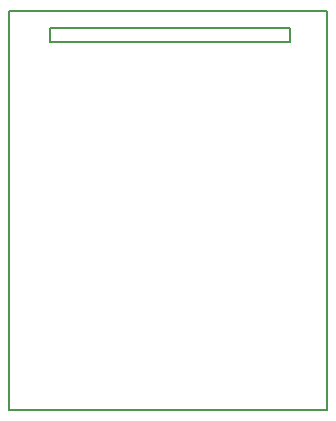
<source format=gbr>
G04 #@! TF.GenerationSoftware,KiCad,Pcbnew,(5.0.2)-1*
G04 #@! TF.CreationDate,2019-07-28T23:06:21+08:00*
G04 #@! TF.ProjectId,PIR,5049522e-6b69-4636-9164-5f7063625858,rev?*
G04 #@! TF.SameCoordinates,Original*
G04 #@! TF.FileFunction,Profile,NP*
%FSLAX46Y46*%
G04 Gerber Fmt 4.6, Leading zero omitted, Abs format (unit mm)*
G04 Created by KiCad (PCBNEW (5.0.2)-1) date 2019-07-28 23:06:21*
%MOMM*%
%LPD*%
G01*
G04 APERTURE LIST*
%ADD10C,0.150000*%
G04 APERTURE END LIST*
D10*
X33820100Y-43460699D02*
X54079140Y-43460699D01*
X33820100Y-42270680D02*
X33820100Y-43460699D01*
X54079140Y-42270680D02*
X54079140Y-43460699D01*
X33820100Y-42270680D02*
X54079140Y-42270680D01*
X57277000Y-74620120D02*
X57277000Y-40843200D01*
X57277000Y-74620120D02*
X30314900Y-74620120D01*
X30314900Y-40843200D02*
X57277000Y-40843200D01*
X30314900Y-74620120D02*
X30314900Y-40843200D01*
M02*

</source>
